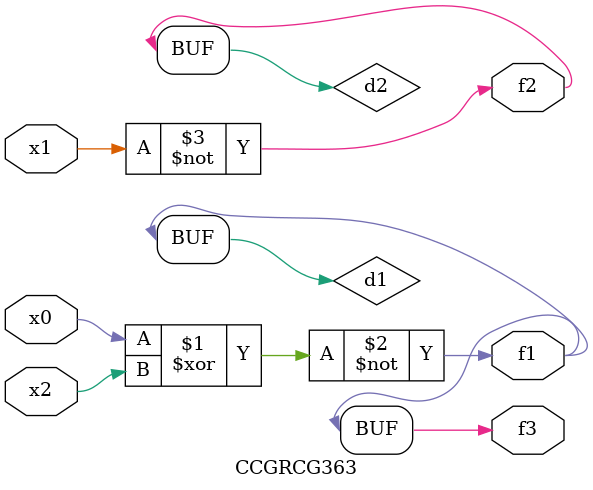
<source format=v>
module CCGRCG363(
	input x0, x1, x2,
	output f1, f2, f3
);

	wire d1, d2, d3;

	xnor (d1, x0, x2);
	nand (d2, x1);
	nor (d3, x1, x2);
	assign f1 = d1;
	assign f2 = d2;
	assign f3 = d1;
endmodule

</source>
